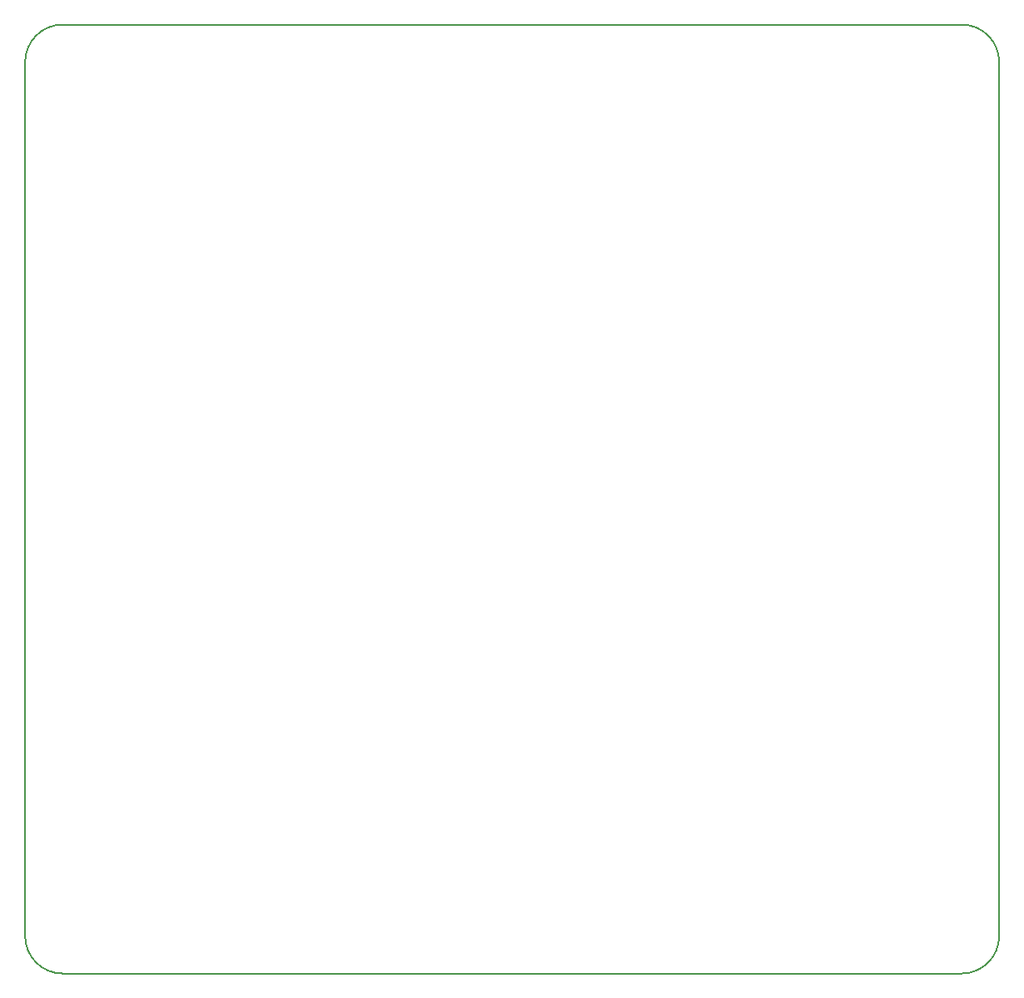
<source format=gbr>
G04 #@! TF.GenerationSoftware,KiCad,Pcbnew,(5.0.0)*
G04 #@! TF.CreationDate,2019-08-14T15:07:07-04:00*
G04 #@! TF.ProjectId,Multi Programmer,4D756C74692050726F6772616D6D6572,rev?*
G04 #@! TF.SameCoordinates,Original*
G04 #@! TF.FileFunction,Profile,NP*
%FSLAX46Y46*%
G04 Gerber Fmt 4.6, Leading zero omitted, Abs format (unit mm)*
G04 Created by KiCad (PCBNEW (5.0.0)) date 08/14/19 15:07:07*
%MOMM*%
%LPD*%
G01*
G04 APERTURE LIST*
%ADD10C,0.150000*%
G04 APERTURE END LIST*
D10*
X101600000Y-54610000D02*
G75*
G02X105410000Y-50800000I3810000J0D01*
G01*
X196850000Y-50800000D02*
G75*
G02X200660000Y-54610000I0J-3810000D01*
G01*
X200660000Y-143510000D02*
G75*
G02X196850000Y-147320000I-3810000J0D01*
G01*
X105410000Y-147320000D02*
G75*
G02X101600000Y-143510000I0J3810000D01*
G01*
X101600000Y-143510000D02*
X101600000Y-54610000D01*
X196850000Y-147320000D02*
X105410000Y-147320000D01*
X200660000Y-54610000D02*
X200660000Y-143510000D01*
X105410000Y-50800000D02*
X196850000Y-50800000D01*
M02*

</source>
